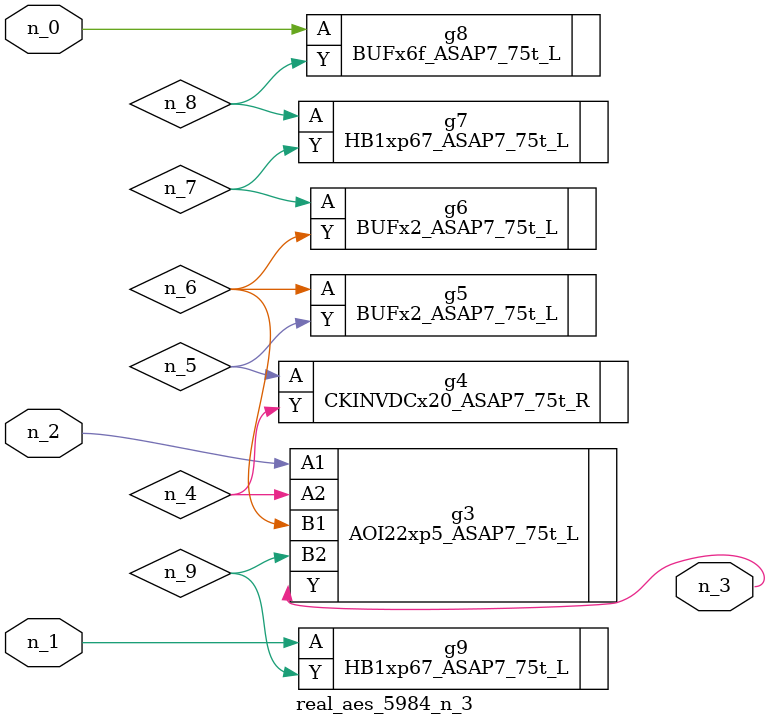
<source format=v>
module real_aes_5984_n_3 (n_0, n_2, n_1, n_3);
input n_0;
input n_2;
input n_1;
output n_3;
wire n_4;
wire n_5;
wire n_7;
wire n_9;
wire n_6;
wire n_8;
BUFx6f_ASAP7_75t_L g8 ( .A(n_0), .Y(n_8) );
HB1xp67_ASAP7_75t_L g9 ( .A(n_1), .Y(n_9) );
AOI22xp5_ASAP7_75t_L g3 ( .A1(n_2), .A2(n_4), .B1(n_6), .B2(n_9), .Y(n_3) );
CKINVDCx20_ASAP7_75t_R g4 ( .A(n_5), .Y(n_4) );
BUFx2_ASAP7_75t_L g5 ( .A(n_6), .Y(n_5) );
BUFx2_ASAP7_75t_L g6 ( .A(n_7), .Y(n_6) );
HB1xp67_ASAP7_75t_L g7 ( .A(n_8), .Y(n_7) );
endmodule
</source>
